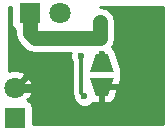
<source format=gbr>
G04 #@! TF.FileFunction,Copper,L2,Bot,Signal*
%FSLAX46Y46*%
G04 Gerber Fmt 4.6, Leading zero omitted, Abs format (unit mm)*
G04 Created by KiCad (PCBNEW no-vcs-found-product) date 17.07.2015 (пт) 14,57,07 EEST*
%MOMM*%
G01*
G04 APERTURE LIST*
%ADD10C,0.100000*%
%ADD11R,1.800000X1.800000*%
%ADD12C,1.800000*%
%ADD13C,0.838200*%
%ADD14C,0.900000*%
%ADD15C,0.600000*%
%ADD16C,1.270000*%
%ADD17C,0.635000*%
%ADD18C,0.762000*%
%ADD19C,0.355600*%
%ADD20C,0.304800*%
%ADD21C,0.254000*%
G04 APERTURE END LIST*
D10*
D11*
X25781000Y-35179000D03*
D12*
X25781000Y-32639000D03*
D11*
X27051000Y-26289000D03*
D12*
X29591000Y-26289000D03*
D13*
X33020000Y-27051000D03*
D14*
X33020000Y-28384500D03*
D10*
G36*
X32639000Y-29718000D02*
X33655000Y-29718000D01*
X34163000Y-31242000D01*
X32131000Y-31242000D01*
X32639000Y-29718000D01*
X32639000Y-29718000D01*
G37*
G36*
X32131000Y-31750000D02*
X34163000Y-31750000D01*
X33655000Y-33274000D01*
X32639000Y-33274000D01*
X32131000Y-31750000D01*
X32131000Y-31750000D01*
G37*
D14*
X28194000Y-29972000D03*
X28194000Y-30988000D03*
D15*
X33147000Y-29718000D03*
X31432500Y-29908500D03*
X31686500Y-33274000D03*
D16*
X27051000Y-27940000D02*
X27495500Y-28384500D01*
X27495500Y-28384500D02*
X33020000Y-28384500D01*
X27051000Y-26289000D02*
X27051000Y-27940000D01*
X33020000Y-28384500D02*
X33020000Y-27051000D01*
D17*
X29654500Y-26352500D02*
X29591000Y-26289000D01*
D18*
X27305000Y-32639000D02*
X28194000Y-31750000D01*
X28194000Y-31750000D02*
X28194000Y-29972000D01*
X27051000Y-32639000D02*
X27305000Y-32639000D01*
X25781000Y-32639000D02*
X27051000Y-32639000D01*
D19*
X33147000Y-33782000D02*
X32639000Y-34290000D01*
X32639000Y-34290000D02*
X28702000Y-34290000D01*
X28702000Y-34290000D02*
X27051000Y-32639000D01*
X33147000Y-32512000D02*
X33147000Y-33782000D01*
D17*
X25781000Y-35242500D02*
X25781000Y-35179000D01*
D19*
X33147000Y-30480000D02*
X33147000Y-29718000D01*
D20*
X31432500Y-33020000D02*
X31432500Y-29908500D01*
X31686500Y-33274000D02*
X31432500Y-33020000D01*
D21*
G36*
X29784747Y-26303142D02*
X29605142Y-26482747D01*
X29591000Y-26468605D01*
X29576857Y-26482747D01*
X29397252Y-26303142D01*
X29411395Y-26289000D01*
X29397252Y-26274857D01*
X29576857Y-26095252D01*
X29591000Y-26109395D01*
X29605142Y-26095252D01*
X29784747Y-26274857D01*
X29770605Y-26289000D01*
X29784747Y-26303142D01*
X29784747Y-26303142D01*
G37*
X29784747Y-26303142D02*
X29605142Y-26482747D01*
X29591000Y-26468605D01*
X29576857Y-26482747D01*
X29397252Y-26303142D01*
X29411395Y-26289000D01*
X29397252Y-26274857D01*
X29576857Y-26095252D01*
X29591000Y-26109395D01*
X29605142Y-26095252D01*
X29784747Y-26274857D01*
X29770605Y-26289000D01*
X29784747Y-26303142D01*
G36*
X38354000Y-35687000D02*
X35941000Y-35687000D01*
X34549129Y-35687000D01*
X34549129Y-32639000D01*
X33274000Y-32639000D01*
X33274000Y-33921440D01*
X33655000Y-33921440D01*
X33940904Y-33854894D01*
X34142778Y-33699737D01*
X34269216Y-33478739D01*
X34549129Y-32639000D01*
X34549129Y-35687000D01*
X27328440Y-35687000D01*
X27328440Y-34279000D01*
X27327458Y-34273938D01*
X27281463Y-34036877D01*
X27141673Y-33824073D01*
X26941126Y-33688701D01*
X26975718Y-33654110D01*
X26861161Y-33539553D01*
X27117643Y-33453148D01*
X27327458Y-32879664D01*
X27301839Y-32269540D01*
X27117643Y-31824852D01*
X26861159Y-31738446D01*
X25960605Y-32639000D01*
X25974747Y-32653142D01*
X25795142Y-32832747D01*
X25781000Y-32818605D01*
X25766857Y-32832747D01*
X25587252Y-32653142D01*
X25601395Y-32639000D01*
X25587252Y-32624857D01*
X25766857Y-32445252D01*
X25781000Y-32459395D01*
X26681554Y-31558841D01*
X26595148Y-31302357D01*
X26021664Y-31092542D01*
X25411540Y-31118161D01*
X25273000Y-31175546D01*
X25273000Y-25781000D01*
X25503560Y-25781000D01*
X25503560Y-27189000D01*
X25550537Y-27431123D01*
X25690327Y-27643927D01*
X25781000Y-27705132D01*
X25781000Y-27939994D01*
X25780999Y-27940000D01*
X25877673Y-28426008D01*
X26152974Y-28838026D01*
X26597474Y-29282526D01*
X27009492Y-29557827D01*
X27495500Y-29654501D01*
X27495500Y-29654500D01*
X27495505Y-29654500D01*
X30525566Y-29654500D01*
X30497662Y-29721701D01*
X30497338Y-30093667D01*
X30639383Y-30437443D01*
X30645100Y-30443169D01*
X30645100Y-33020000D01*
X30705037Y-33321325D01*
X30751397Y-33390708D01*
X30751338Y-33459167D01*
X30893383Y-33802943D01*
X31156173Y-34066192D01*
X31499701Y-34208838D01*
X31871667Y-34209162D01*
X32215443Y-34067117D01*
X32407817Y-33875078D01*
X32639000Y-33921440D01*
X33020000Y-33921440D01*
X33020000Y-32639000D01*
X33000000Y-32639000D01*
X33000000Y-32385000D01*
X33020000Y-32385000D01*
X33020000Y-32365000D01*
X33274000Y-32365000D01*
X33274000Y-32385000D01*
X34633796Y-32385000D01*
X34777216Y-31954739D01*
X34810389Y-31758126D01*
X34763463Y-31507877D01*
X34752519Y-31491217D01*
X34808664Y-31289923D01*
X34777216Y-31037261D01*
X34269216Y-29513261D01*
X34115673Y-29263073D01*
X33988419Y-29177174D01*
X34193327Y-28870508D01*
X34290000Y-28384500D01*
X34290000Y-27051000D01*
X34193327Y-26564992D01*
X33918026Y-26152974D01*
X33506008Y-25877673D01*
X33020000Y-25781000D01*
X35941000Y-25781000D01*
X38354000Y-25781000D01*
X38354000Y-35687000D01*
X38354000Y-35687000D01*
G37*
X38354000Y-35687000D02*
X35941000Y-35687000D01*
X34549129Y-35687000D01*
X34549129Y-32639000D01*
X33274000Y-32639000D01*
X33274000Y-33921440D01*
X33655000Y-33921440D01*
X33940904Y-33854894D01*
X34142778Y-33699737D01*
X34269216Y-33478739D01*
X34549129Y-32639000D01*
X34549129Y-35687000D01*
X27328440Y-35687000D01*
X27328440Y-34279000D01*
X27327458Y-34273938D01*
X27281463Y-34036877D01*
X27141673Y-33824073D01*
X26941126Y-33688701D01*
X26975718Y-33654110D01*
X26861161Y-33539553D01*
X27117643Y-33453148D01*
X27327458Y-32879664D01*
X27301839Y-32269540D01*
X27117643Y-31824852D01*
X26861159Y-31738446D01*
X25960605Y-32639000D01*
X25974747Y-32653142D01*
X25795142Y-32832747D01*
X25781000Y-32818605D01*
X25766857Y-32832747D01*
X25587252Y-32653142D01*
X25601395Y-32639000D01*
X25587252Y-32624857D01*
X25766857Y-32445252D01*
X25781000Y-32459395D01*
X26681554Y-31558841D01*
X26595148Y-31302357D01*
X26021664Y-31092542D01*
X25411540Y-31118161D01*
X25273000Y-31175546D01*
X25273000Y-25781000D01*
X25503560Y-25781000D01*
X25503560Y-27189000D01*
X25550537Y-27431123D01*
X25690327Y-27643927D01*
X25781000Y-27705132D01*
X25781000Y-27939994D01*
X25780999Y-27940000D01*
X25877673Y-28426008D01*
X26152974Y-28838026D01*
X26597474Y-29282526D01*
X27009492Y-29557827D01*
X27495500Y-29654501D01*
X27495500Y-29654500D01*
X27495505Y-29654500D01*
X30525566Y-29654500D01*
X30497662Y-29721701D01*
X30497338Y-30093667D01*
X30639383Y-30437443D01*
X30645100Y-30443169D01*
X30645100Y-33020000D01*
X30705037Y-33321325D01*
X30751397Y-33390708D01*
X30751338Y-33459167D01*
X30893383Y-33802943D01*
X31156173Y-34066192D01*
X31499701Y-34208838D01*
X31871667Y-34209162D01*
X32215443Y-34067117D01*
X32407817Y-33875078D01*
X32639000Y-33921440D01*
X33020000Y-33921440D01*
X33020000Y-32639000D01*
X33000000Y-32639000D01*
X33000000Y-32385000D01*
X33020000Y-32385000D01*
X33020000Y-32365000D01*
X33274000Y-32365000D01*
X33274000Y-32385000D01*
X34633796Y-32385000D01*
X34777216Y-31954739D01*
X34810389Y-31758126D01*
X34763463Y-31507877D01*
X34752519Y-31491217D01*
X34808664Y-31289923D01*
X34777216Y-31037261D01*
X34269216Y-29513261D01*
X34115673Y-29263073D01*
X33988419Y-29177174D01*
X34193327Y-28870508D01*
X34290000Y-28384500D01*
X34290000Y-27051000D01*
X34193327Y-26564992D01*
X33918026Y-26152974D01*
X33506008Y-25877673D01*
X33020000Y-25781000D01*
X35941000Y-25781000D01*
X38354000Y-25781000D01*
X38354000Y-35687000D01*
M02*

</source>
